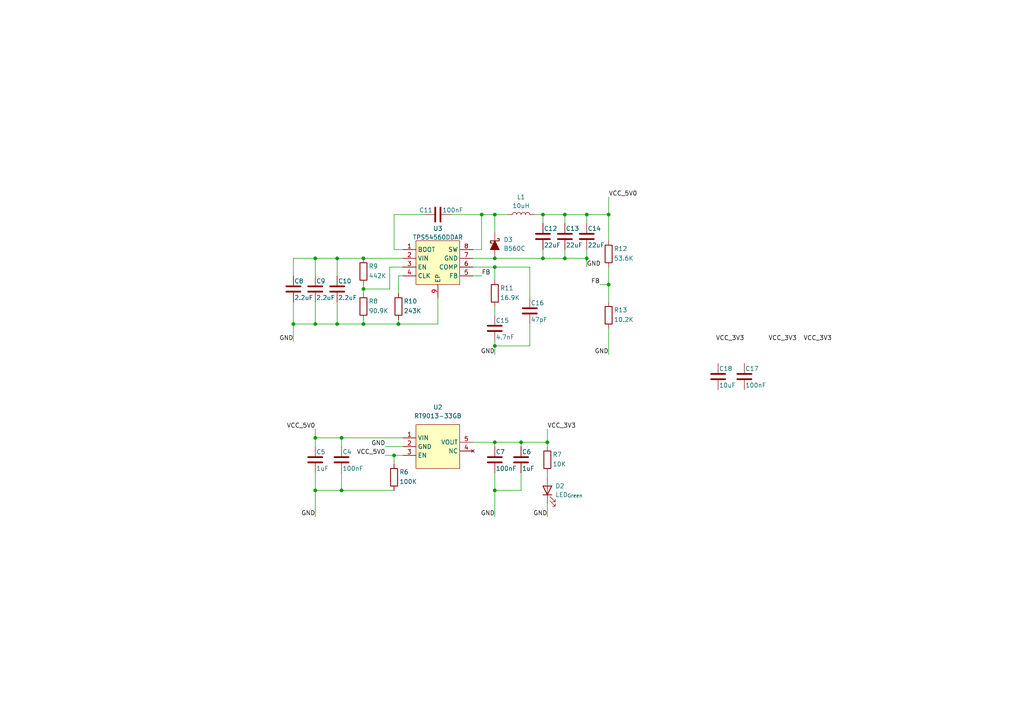
<source format=kicad_sch>
(kicad_sch (version 20250114) (generator "eeschema") (generator_version "9.0")
  (paper "A4")
  (lib_symbols
    (symbol "Device:C" (pin_numbers (hide yes)) (pin_names (offset 0.254))
      (property "Reference" "C" (at 0.635 2.54 0))
      (property "Value" "C" (at 0.635 -2.54 0))
      (symbol "C_0_1"
        (polyline (pts (xy -2.032 0.762) (xy 2.032 0.762)) (stroke (width 0.508)))
        (polyline (pts (xy -2.032 -0.762) (xy 2.032 -0.762)) (stroke (width 0.508)))
      )
      (symbol "C_1_1"
        (pin passive line (at 0 3.81 270) (length 2.794) (name "~") (number "1"))
        (pin passive line (at 0 -3.81 90) (length 2.794) (name "~") (number "2"))
      )
    )
    (symbol "Device:L" (pin_numbers (hide yes)) (pin_names (offset 1.016) (hide yes))
      (property "Reference" "L" (at -1.27 0 90))
      (property "Value" "L" (at 1.905 0 90))
      (symbol "L_0_1"
        (arc (start 0 2.54) (mid 0.6323 1.905) (end 0 1.27))
        (arc (start 0 1.27) (mid 0.6323 0.635) (end 0 0))
        (arc (start 0 0) (mid 0.6323 -0.635) (end 0 -1.27))
        (arc (start 0 -1.27) (mid 0.6323 -1.905) (end 0 -2.54))
      )
      (symbol "L_1_1"
        (pin passive line (at 0 3.81 270) (length 1.27) (name "1") (number "1"))
        (pin passive line (at 0 -3.81 90) (length 1.27) (name "2") (number "2"))
      )
    )
    (symbol "Device:LED" (pin_numbers (hide yes)) (pin_names (offset 1.016) (hide yes))
      (property "Reference" "D" (at 0 2.54 0))
      (property "Value" "LED" (at 0 -2.54 0))
      (symbol "LED_0_1"
        (polyline (pts (xy -3.048 -0.762) (xy -4.572 -2.286) (xy -3.81 -2.286) (xy -4.572 -2.286) (xy -4.572 -1.524)))
        (polyline (pts (xy -1.778 -0.762) (xy -3.302 -2.286) (xy -2.54 -2.286) (xy -3.302 -2.286) (xy -3.302 -1.524)))
        (polyline (pts (xy -1.27 0) (xy 1.27 0)))
        (polyline (pts (xy -1.27 -1.27) (xy -1.27 1.27)) (stroke (width 0.254)))
        (polyline (pts (xy 1.27 -1.27) (xy 1.27 1.27) (xy -1.27 0) (xy 1.27 -1.27)) (stroke (width 0.254)))
      )
      (symbol "LED_1_1"
        (pin passive line (at -3.81 0 0) (length 2.54) (name "K") (number "1"))
        (pin passive line (at 3.81 0 180) (length 2.54) (name "A") (number "2"))
      )
    )
    (symbol "Device:R" (pin_numbers (hide yes)) (pin_names (offset 0))
      (property "Reference" "R" (at 2.032 0 90))
      (property "Value" "R" (at 0 0 90))
      (symbol "R_0_1"
        (rectangle (start -1.016 -2.54) (end 1.016 2.54) (stroke (width 0.254)))
      )
      (symbol "R_1_1"
        (pin passive line (at 0 3.81 270) (length 1.27) (name "~") (number "1"))
        (pin passive line (at 0 -3.81 90) (length 1.27) (name "~") (number "2"))
      )
    )
    (symbol "PCM_Diode_Schottky_AKL:D_Schottky_Generic" (pin_numbers (hide yes)) (pin_names (offset 1.016) (hide yes))
      (property "Reference" "D" (at 0 7.62 0))
      (property "Value" "D_Schottky_Generic" (at 0 5.08 0))
      (symbol "D_Schottky_Generic_0_1"
        (polyline (pts (xy -1.27 0) (xy 1.27 0)))
        (polyline (pts (xy -1.27 -1.27) (xy -1.27 1.27) (xy 1.27 0) (xy -1.27 -1.27)) (stroke (width 0.254)) (fill (type outline)))
        (polyline (pts (xy 1.905 -0.762) (xy 1.905 -1.27) (xy 1.27 -1.27) (xy 1.27 1.27) (xy 0.635 1.27) (xy 0.635 0.762)) (stroke (width 0.254)))
      )
      (symbol "D_Schottky_Generic_0_2"
        (polyline (pts (xy -2.54 -2.54) (xy 2.54 2.54)))
        (polyline (pts (xy -0.889 -0.889) (xy -1.778 0) (xy 0.889 0.889) (xy 0 -1.778) (xy -0.889 -0.889)) (stroke (width 0.254)) (fill (type outline)))
        (polyline (pts (xy 0 1.778) (xy 1.778 0)) (stroke (width 0.254)))
        (polyline (pts (xy 0 1.778) (xy -0.381 1.397) (xy 0 1.016)) (stroke (width 0.254)))
        (polyline (pts (xy 1.778 0) (xy 2.159 0.381) (xy 1.778 0.762)) (stroke (width 0.254)))
      )
      (symbol "D_Schottky_Generic_1_1"
        (pin passive line (at -3.81 0 0) (length 2.54) (name "A") (number "2"))
        (pin passive line (at 3.81 0 180) (length 2.54) (name "K") (number "1"))
      )
      (symbol "D_Schottky_Generic_1_2"
        (pin passive line (at -2.54 -2.54 0) (length 0) (name "A") (number "2"))
        (pin passive line (at 2.54 2.54 180) (length 0) (name "K") (number "1"))
      )
    )
    (symbol "lidar_camera_sync:RT9013-33GB"
      (property "Reference" "U" (at -5.842 9.144 0))
      (property "Value" "RT9013-33GB" (at 0.254 7.366 0))
      (symbol "RT9013-33GB_0_0"
        (pin power_in line (at -10.16 2.54 0) (length 3.81) (name "VIN") (number "1"))
        (pin passive line (at -10.16 0 0) (length 3.81) (name "GND") (number "2"))
        (pin input line (at -10.16 -2.54 0) (length 3.81) (name "EN") (number "3"))
        (pin power_out line (at 10.16 1.27 180) (length 3.81) (name "VOUT") (number "5"))
        (pin no_connect line (at 10.16 -1.27 180) (length 3.81) (name "NC") (number "4"))
      )
      (symbol "RT9013-33GB_0_1"
        (rectangle (start -6.35 6.35) (end 6.35 -6.35) (fill (type background)))
      )
    )
    (symbol "lidar_camera_sync:TPS54560DDAR"
      (property "Reference" "U" (at -6.096 9.398 0))
      (property "Value" "TPS54560DDAR" (at 0.508 7.366 0))
      (symbol "TPS54560DDAR_0_0"
        (pin input line (at -10.16 3.81 0) (length 3.81) (name "BOOT") (number "1"))
        (pin power_in line (at -10.16 1.27 0) (length 3.81) (name "VIN") (number "2"))
        (pin input line (at -10.16 -1.27 0) (length 3.81) (name "EN") (number "3"))
        (pin input line (at -10.16 -3.81 0) (length 3.81) (name "CLK") (number "4"))
        (pin passive line (at 0 -10.16 90) (length 3.81) (name "EP") (number "9"))
        (pin output line (at 10.16 3.81 180) (length 3.81) (name "SW") (number "8"))
        (pin passive line (at 10.16 1.27 180) (length 3.81) (name "GND") (number "7"))
        (pin input line (at 10.16 -1.27 180) (length 3.81) (name "COMP") (number "6"))
        (pin input line (at 10.16 -3.81 180) (length 3.81) (name "FB") (number "5"))
      )
      (symbol "TPS54560DDAR_0_1"
        (rectangle (start -6.35 6.35) (end 6.35 -6.35) (fill (type background)))
      )
    )
  )
  (junction (at 114.3 132.08))
  (junction (at 151.13 128.27))
  (junction (at 176.53 82.55))
  (junction (at 163.83 74.93))
  (junction (at 99.06 127))
  (junction (at 105.41 93.98))
  (junction (at 139.7 62.23))
  (junction (at 143.51 74.93))
  (junction (at 97.79 93.98))
  (junction (at 143.51 128.27))
  (junction (at 170.18 62.23))
  (junction (at 176.53 62.23))
  (junction (at 157.48 62.23))
  (junction (at 91.44 93.98))
  (junction (at 143.51 100.33))
  (junction (at 91.44 74.93))
  (junction (at 99.06 142.24))
  (junction (at 143.51 77.47))
  (junction (at 91.44 142.24))
  (junction (at 143.51 62.23))
  (junction (at 157.48 74.93))
  (junction (at 115.57 93.98))
  (junction (at 105.41 74.93))
  (junction (at 143.51 142.24))
  (junction (at 105.41 83.82))
  (junction (at 158.75 128.27))
  (junction (at 97.79 74.93))
  (junction (at 85.09 93.98))
  (junction (at 163.83 62.23))
  (junction (at 91.44 127))
  (junction (at 170.18 74.93))
  (wire (pts (xy 97.79 93.98) (xy 105.41 93.98)))
  (wire (pts (xy 143.51 62.23) (xy 147.32 62.23)))
  (wire (pts (xy 91.44 127) (xy 91.44 129.54)))
  (wire (pts (xy 116.84 80.01) (xy 115.57 80.01)))
  (wire (pts (xy 99.06 127) (xy 116.84 127)))
  (wire (pts (xy 153.67 93.98) (xy 153.67 100.33)))
  (wire (pts (xy 137.16 80.01) (xy 139.7 80.01)))
  (wire (pts (xy 114.3 142.24) (xy 99.06 142.24)))
  (wire (pts (xy 143.51 74.93) (xy 157.48 74.93)))
  (wire (pts (xy 91.44 87.63) (xy 91.44 93.98)))
  (wire (pts (xy 97.79 74.93) (xy 105.41 74.93)))
  (wire (pts (xy 137.16 128.27) (xy 143.51 128.27)))
  (wire (pts (xy 99.06 142.24) (xy 91.44 142.24)))
  (wire (pts (xy 85.09 80.01) (xy 85.09 74.93)))
  (wire (pts (xy 176.53 57.15) (xy 176.53 62.23)))
  (wire (pts (xy 137.16 74.93) (xy 143.51 74.93)))
  (wire (pts (xy 127 86.36) (xy 127 93.98)))
  (wire (pts (xy 91.44 80.01) (xy 91.44 74.93)))
  (wire (pts (xy 115.57 80.01) (xy 115.57 85.09)))
  (wire (pts (xy 163.83 62.23) (xy 163.83 64.77)))
  (wire (pts (xy 91.44 93.98) (xy 85.09 93.98)))
  (wire (pts (xy 85.09 93.98) (xy 85.09 99.06)))
  (wire (pts (xy 151.13 137.16) (xy 151.13 142.24)))
  (wire (pts (xy 153.67 86.36) (xy 153.67 77.47)))
  (wire (pts (xy 157.48 62.23) (xy 163.83 62.23)))
  (wire (pts (xy 151.13 128.27) (xy 151.13 129.54)))
  (wire (pts (xy 139.7 62.23) (xy 139.7 72.39)))
  (wire (pts (xy 163.83 62.23) (xy 170.18 62.23)))
  (wire (pts (xy 163.83 74.93) (xy 157.48 74.93)))
  (wire (pts (xy 91.44 93.98) (xy 97.79 93.98)))
  (wire (pts (xy 114.3 72.39) (xy 116.84 72.39)))
  (wire (pts (xy 114.3 132.08) (xy 116.84 132.08)))
  (wire (pts (xy 137.16 77.47) (xy 143.51 77.47)))
  (wire (pts (xy 111.76 132.08) (xy 114.3 132.08)))
  (wire (pts (xy 176.53 95.25) (xy 176.53 102.87)))
  (wire (pts (xy 91.44 142.24) (xy 91.44 149.86)))
  (wire (pts (xy 143.51 99.06) (xy 143.51 100.33)))
  (wire (pts (xy 157.48 62.23) (xy 157.48 64.77)))
  (wire (pts (xy 114.3 132.08) (xy 114.3 134.62)))
  (wire (pts (xy 99.06 137.16) (xy 99.06 142.24)))
  (wire (pts (xy 170.18 62.23) (xy 170.18 64.77)))
  (wire (pts (xy 105.41 83.82) (xy 113.03 83.82)))
  (wire (pts (xy 176.53 62.23) (xy 176.53 69.85)))
  (wire (pts (xy 123.19 62.23) (xy 114.3 62.23)))
  (wire (pts (xy 143.51 67.31) (xy 143.51 62.23)))
  (wire (pts (xy 91.44 127) (xy 99.06 127)))
  (wire (pts (xy 105.41 92.71) (xy 105.41 93.98)))
  (wire (pts (xy 170.18 74.93) (xy 163.83 74.93)))
  (wire (pts (xy 91.44 137.16) (xy 91.44 142.24)))
  (wire (pts (xy 105.41 83.82) (xy 105.41 85.09)))
  (wire (pts (xy 163.83 72.39) (xy 163.83 74.93)))
  (wire (pts (xy 143.51 77.47) (xy 143.51 81.28)))
  (wire (pts (xy 153.67 100.33) (xy 143.51 100.33)))
  (wire (pts (xy 154.94 62.23) (xy 157.48 62.23)))
  (wire (pts (xy 176.53 62.23) (xy 170.18 62.23)))
  (wire (pts (xy 130.81 62.23) (xy 139.7 62.23)))
  (wire (pts (xy 176.53 77.47) (xy 176.53 82.55)))
  (wire (pts (xy 85.09 87.63) (xy 85.09 93.98)))
  (wire (pts (xy 176.53 82.55) (xy 176.53 87.63)))
  (wire (pts (xy 111.76 129.54) (xy 116.84 129.54)))
  (wire (pts (xy 143.51 62.23) (xy 139.7 62.23)))
  (wire (pts (xy 143.51 88.9) (xy 143.51 91.44)))
  (wire (pts (xy 143.51 100.33) (xy 143.51 102.87)))
  (wire (pts (xy 139.7 72.39) (xy 137.16 72.39)))
  (wire (pts (xy 115.57 92.71) (xy 115.57 93.98)))
  (wire (pts (xy 97.79 80.01) (xy 97.79 74.93)))
  (wire (pts (xy 85.09 74.93) (xy 91.44 74.93)))
  (wire (pts (xy 153.67 77.47) (xy 143.51 77.47)))
  (wire (pts (xy 151.13 128.27) (xy 158.75 128.27)))
  (wire (pts (xy 113.03 77.47) (xy 113.03 83.82)))
  (wire (pts (xy 143.51 128.27) (xy 143.51 129.54)))
  (wire (pts (xy 158.75 124.46) (xy 158.75 128.27)))
  (wire (pts (xy 143.51 137.16) (xy 143.51 142.24)))
  (wire (pts (xy 105.41 74.93) (xy 116.84 74.93)))
  (wire (pts (xy 105.41 82.55) (xy 105.41 83.82)))
  (wire (pts (xy 116.84 77.47) (xy 113.03 77.47)))
  (wire (pts (xy 115.57 93.98) (xy 105.41 93.98)))
  (wire (pts (xy 158.75 129.54) (xy 158.75 128.27)))
  (wire (pts (xy 170.18 72.39) (xy 170.18 74.93)))
  (wire (pts (xy 158.75 137.16) (xy 158.75 138.43)))
  (wire (pts (xy 143.51 128.27) (xy 151.13 128.27)))
  (wire (pts (xy 143.51 142.24) (xy 143.51 149.86)))
  (wire (pts (xy 91.44 124.46) (xy 91.44 127)))
  (wire (pts (xy 158.75 146.05) (xy 158.75 149.86)))
  (wire (pts (xy 97.79 87.63) (xy 97.79 93.98)))
  (wire (pts (xy 114.3 62.23) (xy 114.3 72.39)))
  (wire (pts (xy 127 93.98) (xy 115.57 93.98)))
  (wire (pts (xy 173.99 82.55) (xy 176.53 82.55)))
  (wire (pts (xy 99.06 127) (xy 99.06 129.54)))
  (wire (pts (xy 170.18 74.93) (xy 170.18 77.47)))
  (wire (pts (xy 91.44 74.93) (xy 97.79 74.93)))
  (wire (pts (xy 157.48 72.39) (xy 157.48 74.93)))
  (wire (pts (xy 143.51 142.24) (xy 151.13 142.24)))
  (label "GND" (at 158.75 149.86 180))
  (label "VCC_3V3" (at 158.75 124.46 0))
  (label "GND" (at 85.09 99.06 180))
  (label "GND" (at 91.44 149.86 180))
  (label "GND" (at 176.53 102.87 180))
  (label "GND" (at 143.51 102.87 180))
  (label "FB" (at 139.7 80.01 0))
  (label "VCC_5V0" (at 111.76 132.08 180))
  (label "VCC_3V3" (at 241.3 99.06 180))
  (label "GND" (at 170.18 77.47 0))
  (label "VCC_5V0" (at 91.44 124.46 180))
  (label "GND" (at 111.76 129.54 180))
  (label "VCC_3V3" (at 231.14 99.06 180))
  (label "GND" (at 143.51 149.86 180))
  (label "FB" (at 173.99 82.55 180))
  (label "VCC_5V0" (at 176.53 57.15 0))
  (label "VCC_3V3" (at 215.9 99.06 180))
  (symbol (lib_id "Device:R") (at 115.57 88.9 0) (unit 1)
    (property "Reference" "R10" (at 117.094 87.376 0) (effects (justify left)))
    (property "Value" "243K" (at 117.094 90.17 0) (effects (justify left)))
    (property "Description" "Resistor" (effects (hide yes)))
  )
  (symbol (lib_id "Device:L") (at 151.13 62.23 90) (unit 1)
    (property "Reference" "L1" (at 151.13 57.15 90))
    (property "Value" "10uH" (at 151.13 59.69 90))
    (property "Description" "Inductor" (effects (hide yes)))
  )
  (symbol (lib_id "Device:C") (at 143.51 133.35 0) (unit 1)
    (property "Reference" "C7" (at 143.764 131.064 0) (effects (justify left)))
    (property "Value" "100nF" (at 143.764 135.89 0) (effects (justify left)))
    (property "Description" "Unpolarized capacitor" (effects (hide yes)))
  )
  (symbol (lib_id "Device:C") (at 170.18 68.58 0) (unit 1)
    (property "Reference" "C14" (at 170.434 66.294 0) (effects (justify left)))
    (property "Value" "22uF" (at 170.434 71.12 0) (effects (justify left)))
    (property "Description" "Unpolarized capacitor" (effects (hide yes)))
  )
  (symbol (lib_id "Device:C") (at 215.9 109.22 0) (unit 1)
    (property "Reference" "C17" (at 216.154 106.934 0) (effects (justify left)))
    (property "Value" "100nF" (at 216.154 111.76 0) (effects (justify left)))
    (property "Description" "Unpolarized capacitor" (effects (hide yes)))
  )
  (symbol (lib_id "Device:R") (at 158.75 133.35 0) (unit 1)
    (property "Reference" "R7" (at 160.274 131.826 0) (effects (justify left)))
    (property "Value" "10K" (at 160.274 134.62 0) (effects (justify left)))
    (property "Description" "Resistor" (effects (hide yes)))
  )
  (symbol (lib_id "Device:R") (at 176.53 91.44 0) (unit 1)
    (property "Reference" "R13" (at 178.054 89.916 0) (effects (justify left)))
    (property "Value" "10.2K" (at 178.054 92.71 0) (effects (justify left)))
    (property "Description" "Resistor" (effects (hide yes)))
  )
  (symbol (lib_id "Device:C") (at 91.44 133.35 0) (unit 1)
    (property "Reference" "C5" (at 91.694 131.064 0) (effects (justify left)))
    (property "Value" "1uF" (at 91.694 135.89 0) (effects (justify left)))
    (property "Description" "Unpolarized capacitor" (effects (hide yes)))
  )
  (symbol (lib_id "Device:C") (at 143.51 95.25 0) (unit 1)
    (property "Reference" "C15" (at 143.764 92.964 0) (effects (justify left)))
    (property "Value" "4.7nF" (at 143.764 97.79 0) (effects (justify left)))
    (property "Description" "Unpolarized capacitor" (effects (hide yes)))
  )
  (symbol (lib_id "Device:C") (at 99.06 133.35 0) (unit 1)
    (property "Reference" "C4" (at 99.314 131.064 0) (effects (justify left)))
    (property "Value" "100nF" (at 99.314 135.89 0) (effects (justify left)))
    (property "Description" "Unpolarized capacitor" (effects (hide yes)))
  )
  (symbol (lib_id "Device:C") (at 153.67 90.17 0) (unit 1)
    (property "Reference" "C16" (at 153.924 87.884 0) (effects (justify left)))
    (property "Value" "47pF" (at 153.924 92.71 0) (effects (justify left)))
    (property "Description" "Unpolarized capacitor" (effects (hide yes)))
  )
  (symbol (lib_id "lidar_camera_sync:RT9013-33GB") (at 127 129.54 0) (unit 1)
    (property "Reference" "U2" (at 127 118.11 0))
    (property "Value" "RT9013-33GB" (at 127 120.65 0))
  )
  (symbol (lib_id "Device:R") (at 105.41 78.74 0) (unit 1)
    (property "Reference" "R9" (at 106.934 77.216 0) (effects (justify left)))
    (property "Value" "442K" (at 106.934 80.01 0) (effects (justify left)))
    (property "Description" "Resistor" (effects (hide yes)))
  )
  (symbol (lib_id "Device:LED") (at 158.75 142.24 90) (unit 1)
    (property "Reference" "D2" (at 161.036 140.97 90) (effects (justify right)))
    (property "Value" "LED_{Green}" (at 161.036 143.51 90) (effects (justify right)))
    (property "Description" "Light emitting diode" (effects (hide yes)))
    (property "Sim.Pins" "1=K 2=A" (effects (hide yes)))
  )
  (symbol (lib_id "Device:C") (at 91.44 83.82 0) (unit 1)
    (property "Reference" "C9" (at 91.694 81.534 0) (effects (justify left)))
    (property "Value" "2.2uF" (at 91.694 86.36 0) (effects (justify left)))
    (property "Description" "Unpolarized capacitor" (effects (hide yes)))
  )
  (symbol (lib_id "Device:C") (at 97.79 83.82 0) (unit 1)
    (property "Reference" "C10" (at 98.044 81.534 0) (effects (justify left)))
    (property "Value" "2.2uF" (at 98.044 86.36 0) (effects (justify left)))
    (property "Description" "Unpolarized capacitor" (effects (hide yes)))
  )
  (symbol (lib_id "Device:C") (at 151.13 133.35 0) (unit 1)
    (property "Reference" "C6" (at 151.384 131.064 0) (effects (justify left)))
    (property "Value" "1uF" (at 151.384 135.89 0) (effects (justify left)))
    (property "Description" "Unpolarized capacitor" (effects (hide yes)))
  )
  (symbol (lib_id "lidar_camera_sync:TPS54560DDAR") (at 127 76.2 0) (unit 1)
    (property "Reference" "U3" (at 127 66.294 0))
    (property "Value" "TPS54560DDAR" (at 127 68.834 0))
  )
  (symbol (lib_id "Device:C") (at 85.09 83.82 0) (unit 1)
    (property "Reference" "C8" (at 85.344 81.534 0) (effects (justify left)))
    (property "Value" "2.2uF" (at 85.344 86.36 0) (effects (justify left)))
    (property "Description" "Unpolarized capacitor" (effects (hide yes)))
  )
  (symbol (lib_id "Device:C") (at 127 62.23 90) (unit 1)
    (property "Reference" "C11" (at 125.476 60.96 90) (effects (justify left)))
    (property "Value" "100nF" (at 134.366 60.96 90) (effects (justify left)))
    (property "Description" "Unpolarized capacitor" (effects (hide yes)))
  )
  (symbol (lib_id "Device:C") (at 157.48 68.58 0) (unit 1)
    (property "Reference" "C12" (at 157.734 66.294 0) (effects (justify left)))
    (property "Value" "22uF" (at 157.734 71.12 0) (effects (justify left)))
    (property "Description" "Unpolarized capacitor" (effects (hide yes)))
  )
  (symbol (lib_id "Device:C") (at 163.83 68.58 0) (unit 1)
    (property "Reference" "C13" (at 164.084 66.294 0) (effects (justify left)))
    (property "Value" "22uF" (at 164.084 71.12 0) (effects (justify left)))
    (property "Description" "Unpolarized capacitor" (effects (hide yes)))
  )
  (symbol (lib_id "Device:C") (at 208.28 109.22 0) (unit 1)
    (property "Reference" "C18" (at 208.534 106.934 0) (effects (justify left)))
    (property "Value" "10uF" (at 208.534 111.76 0) (effects (justify left)))
    (property "Description" "Unpolarized capacitor" (effects (hide yes)))
  )
  (symbol (lib_id "Device:R") (at 176.53 73.66 0) (unit 1)
    (property "Reference" "R12" (at 178.054 72.136 0) (effects (justify left)))
    (property "Value" "53.6K" (at 178.054 74.93 0) (effects (justify left)))
    (property "Description" "Resistor" (effects (hide yes)))
  )
  (symbol (lib_id "Device:R") (at 143.51 85.09 0) (unit 1)
    (property "Reference" "R11" (at 145.034 83.566 0) (effects (justify left)))
    (property "Value" "16.9K" (at 145.034 86.36 0) (effects (justify left)))
    (property "Description" "Resistor" (effects (hide yes)))
  )
  (symbol (lib_id "PCM_Diode_Schottky_AKL:D_Schottky_Generic") (at 143.51 71.12 90) (unit 1)
    (property "Reference" "D3" (at 146.05 69.5324 90) (effects (justify right)))
    (property "Value" "B560C" (at 146.05 72.0724 90) (effects (justify right)))
    (property "Description" "Schottky diode, Generic Symbol, Alternate KiCAD Library" (effects (hide yes)))
  )
  (symbol (lib_id "Device:R") (at 105.41 88.9 0) (unit 1)
    (property "Reference" "R8" (at 106.934 87.376 0) (effects (justify left)))
    (property "Value" "90.9K" (at 106.934 90.17 0) (effects (justify left)))
    (property "Description" "Resistor" (effects (hide yes)))
  )
  (symbol (lib_id "Device:R") (at 114.3 138.43 0) (unit 1)
    (property "Reference" "R6" (at 115.824 136.906 0) (effects (justify left)))
    (property "Value" "100K" (at 115.824 139.7 0) (effects (justify left)))
    (property "Description" "Resistor" (effects (hide yes)))
  )
)
</source>
